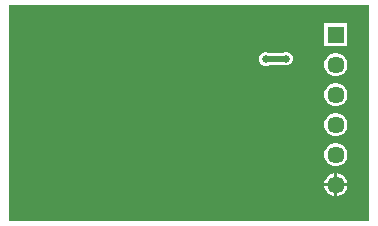
<source format=gbl>
G04*
G04 #@! TF.GenerationSoftware,Altium Limited,Altium Designer,23.10.1 (27)*
G04*
G04 Layer_Physical_Order=2*
G04 Layer_Color=16711680*
%FSLAX44Y44*%
%MOMM*%
G71*
G04*
G04 #@! TF.SameCoordinates,C98114AB-1D72-469A-8513-8E5B1E3D2C2F*
G04*
G04*
G04 #@! TF.FilePolarity,Positive*
G04*
G01*
G75*
%ADD31C,0.5080*%
%ADD34C,1.4500*%
%ADD35R,1.4500X1.4500*%
%ADD36C,1.2700*%
%ADD37C,0.6350*%
G36*
X309781Y5179D02*
X5179D01*
Y187861D01*
X309781D01*
Y5179D01*
D02*
G37*
%LPC*%
G36*
X291730Y172350D02*
X272150D01*
Y152770D01*
X291730D01*
Y172350D01*
D02*
G37*
G36*
X240659Y147955D02*
X238385D01*
X237092Y147420D01*
X224574D01*
X223895Y147701D01*
X221621D01*
X219521Y146831D01*
X217913Y145223D01*
X217043Y143123D01*
Y140849D01*
X217913Y138749D01*
X219521Y137141D01*
X221621Y136271D01*
X223895D01*
X225801Y137060D01*
X237092D01*
X238385Y136525D01*
X240659D01*
X242759Y137395D01*
X244367Y139003D01*
X245237Y141103D01*
Y143377D01*
X244367Y145477D01*
X242759Y147085D01*
X240659Y147955D01*
D02*
G37*
G36*
X283229Y146950D02*
X280651D01*
X278161Y146283D01*
X275929Y144994D01*
X274106Y143171D01*
X272817Y140939D01*
X272150Y138449D01*
Y135871D01*
X272817Y133381D01*
X274106Y131149D01*
X275929Y129326D01*
X278161Y128037D01*
X280651Y127370D01*
X283229D01*
X285719Y128037D01*
X287951Y129326D01*
X289774Y131149D01*
X291063Y133381D01*
X291730Y135871D01*
Y138449D01*
X291063Y140939D01*
X289774Y143171D01*
X287951Y144994D01*
X285719Y146283D01*
X283229Y146950D01*
D02*
G37*
G36*
Y121550D02*
X280651D01*
X278161Y120883D01*
X275929Y119594D01*
X274106Y117771D01*
X272817Y115539D01*
X272150Y113049D01*
Y110471D01*
X272817Y107981D01*
X274106Y105749D01*
X275929Y103926D01*
X278161Y102637D01*
X280651Y101970D01*
X283229D01*
X285719Y102637D01*
X287951Y103926D01*
X289774Y105749D01*
X291063Y107981D01*
X291730Y110471D01*
Y113049D01*
X291063Y115539D01*
X289774Y117771D01*
X287951Y119594D01*
X285719Y120883D01*
X283229Y121550D01*
D02*
G37*
G36*
Y96150D02*
X280651D01*
X278161Y95483D01*
X275929Y94194D01*
X274106Y92371D01*
X272817Y90139D01*
X272150Y87649D01*
Y85071D01*
X272817Y82581D01*
X274106Y80349D01*
X275929Y78526D01*
X278161Y77237D01*
X280651Y76570D01*
X283229D01*
X285719Y77237D01*
X287951Y78526D01*
X289774Y80349D01*
X291063Y82581D01*
X291730Y85071D01*
Y87649D01*
X291063Y90139D01*
X289774Y92371D01*
X287951Y94194D01*
X285719Y95483D01*
X283229Y96150D01*
D02*
G37*
G36*
Y70750D02*
X280651D01*
X278161Y70083D01*
X275929Y68794D01*
X274106Y66971D01*
X272817Y64739D01*
X272150Y62249D01*
Y59671D01*
X272817Y57181D01*
X274106Y54949D01*
X275929Y53126D01*
X278161Y51837D01*
X280651Y51170D01*
X283229D01*
X285719Y51837D01*
X287951Y53126D01*
X289774Y54949D01*
X291063Y57181D01*
X291730Y59671D01*
Y62249D01*
X291063Y64739D01*
X289774Y66971D01*
X287951Y68794D01*
X285719Y70083D01*
X283229Y70750D01*
D02*
G37*
G36*
Y45350D02*
X283210D01*
Y36830D01*
X291730D01*
Y36849D01*
X291063Y39339D01*
X289774Y41571D01*
X287951Y43394D01*
X285719Y44683D01*
X283229Y45350D01*
D02*
G37*
G36*
X280670D02*
X280651D01*
X278161Y44683D01*
X275929Y43394D01*
X274106Y41571D01*
X272817Y39339D01*
X272150Y36849D01*
Y36830D01*
X280670D01*
Y45350D01*
D02*
G37*
G36*
X291730Y34290D02*
X283210D01*
Y25770D01*
X283229D01*
X285719Y26437D01*
X287951Y27726D01*
X289774Y29549D01*
X291063Y31781D01*
X291730Y34271D01*
Y34290D01*
D02*
G37*
G36*
X280670D02*
X272150D01*
Y34271D01*
X272817Y31781D01*
X274106Y29549D01*
X275929Y27726D01*
X278161Y26437D01*
X280651Y25770D01*
X280670D01*
Y34290D01*
D02*
G37*
%LPD*%
D31*
X222758Y141986D02*
X223001Y142229D01*
X223899D02*
X223910Y142240D01*
X223001Y142229D02*
X223899D01*
X223910Y142240D02*
X239522D01*
D34*
X281940Y137160D02*
D03*
Y111760D02*
D03*
Y86360D02*
D03*
Y60960D02*
D03*
Y35560D02*
D03*
D35*
Y162560D02*
D03*
D36*
X158600Y163472D02*
D03*
X121920Y108966D02*
D03*
X93980Y55880D02*
D03*
X20574Y72644D02*
D03*
X230886Y105410D02*
D03*
X190500D02*
D03*
D37*
X222758Y141986D02*
D03*
X239522Y142240D02*
D03*
M02*

</source>
